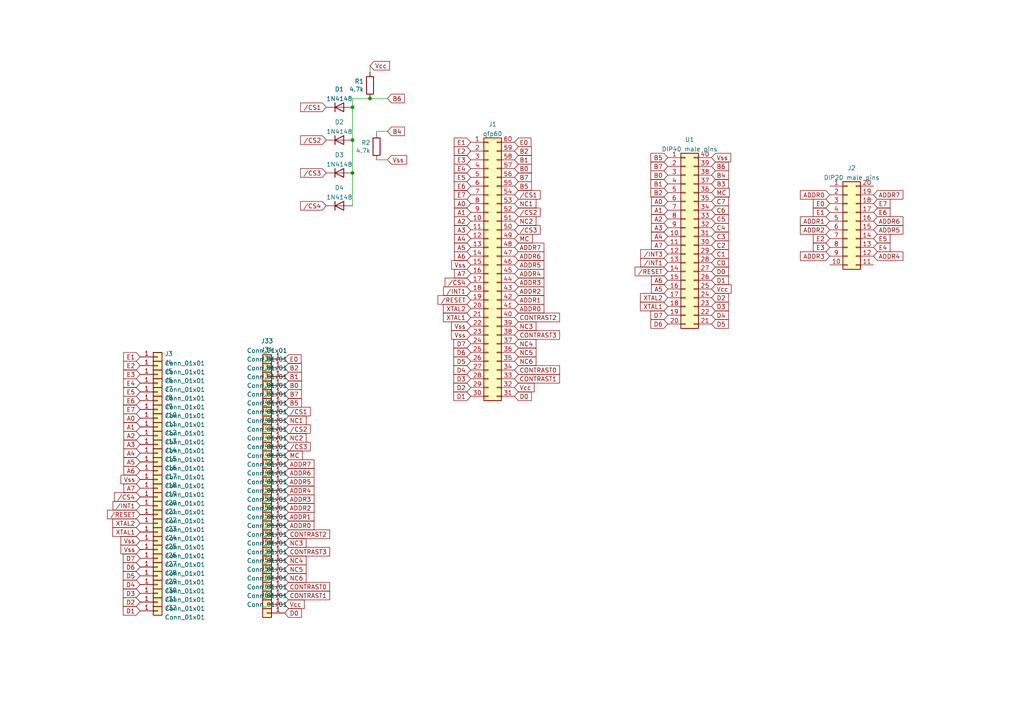
<source format=kicad_sch>
(kicad_sch (version 20211123) (generator eeschema)
  (paper "A4")
  (lib_symbols
    (symbol "Connector_Generic:Conn_01x01" (pin_names (offset 1.016) hide)
      (property "Reference" "J" (at 0 2.54 0))
      (property "Value" "Conn_01x01" (at 0 -2.54 0))
      (symbol "Conn_01x01_1_1"
        (pin passive line (at -5.08 0 0) (length 3.81) (name "Pin_1") (number "1"))
      )
    )
    (symbol "Connector_Generic:Conn_02x10_Counter_Clockwise" (pin_names (offset 1.016) hide)
      (property "Reference" "J" (at 1.27 12.7 0))
      (property "Value" "Conn_02x10_Counter_Clockwise" (at 1.27 -15.24 0))
      (symbol "Conn_02x10_Counter_Clockwise_1_1"
        (pin passive line (at -5.08 10.16 0) (length 3.81) (name "Pin_1") (number "1"))
        (pin passive line (at -5.08 -12.7 0) (length 3.81) (name "Pin_10") (number "10"))
        (pin passive line (at 7.62 -12.7 180) (length 3.81) (name "Pin_11") (number "11"))
        (pin passive line (at 7.62 -10.16 180) (length 3.81) (name "Pin_12") (number "12"))
        (pin passive line (at 7.62 -7.62 180) (length 3.81) (name "Pin_13") (number "13"))
        (pin passive line (at 7.62 -5.08 180) (length 3.81) (name "Pin_14") (number "14"))
        (pin passive line (at 7.62 -2.54 180) (length 3.81) (name "Pin_15") (number "15"))
        (pin passive line (at 7.62 0 180) (length 3.81) (name "Pin_16") (number "16"))
        (pin passive line (at 7.62 2.54 180) (length 3.81) (name "Pin_17") (number "17"))
        (pin passive line (at 7.62 5.08 180) (length 3.81) (name "Pin_18") (number "18"))
        (pin passive line (at 7.62 7.62 180) (length 3.81) (name "Pin_19") (number "19"))
        (pin passive line (at -5.08 7.62 0) (length 3.81) (name "Pin_2") (number "2"))
        (pin passive line (at 7.62 10.16 180) (length 3.81) (name "Pin_20") (number "20"))
        (pin passive line (at -5.08 5.08 0) (length 3.81) (name "Pin_3") (number "3"))
        (pin passive line (at -5.08 2.54 0) (length 3.81) (name "Pin_4") (number "4"))
        (pin passive line (at -5.08 0 0) (length 3.81) (name "Pin_5") (number "5"))
        (pin passive line (at -5.08 -2.54 0) (length 3.81) (name "Pin_6") (number "6"))
        (pin passive line (at -5.08 -5.08 0) (length 3.81) (name "Pin_7") (number "7"))
        (pin passive line (at -5.08 -7.62 0) (length 3.81) (name "Pin_8") (number "8"))
        (pin passive line (at -5.08 -10.16 0) (length 3.81) (name "Pin_9") (number "9"))
      )
    )
    (symbol "Connector_Generic:Conn_02x20_Counter_Clockwise" (pin_names (offset 1.016) hide)
      (property "Reference" "J" (at 1.27 25.4 0))
      (property "Value" "Conn_02x20_Counter_Clockwise" (at 1.27 -27.94 0))
      (symbol "Conn_02x20_Counter_Clockwise_1_1"
        (pin passive line (at -5.08 22.86 0) (length 3.81) (name "Pin_1") (number "1"))
        (pin passive line (at -5.08 0 0) (length 3.81) (name "Pin_10") (number "10"))
        (pin passive line (at -5.08 -2.54 0) (length 3.81) (name "Pin_11") (number "11"))
        (pin passive line (at -5.08 -5.08 0) (length 3.81) (name "Pin_12") (number "12"))
        (pin passive line (at -5.08 -7.62 0) (length 3.81) (name "Pin_13") (number "13"))
        (pin passive line (at -5.08 -10.16 0) (length 3.81) (name "Pin_14") (number "14"))
        (pin passive line (at -5.08 -12.7 0) (length 3.81) (name "Pin_15") (number "15"))
        (pin passive line (at -5.08 -15.24 0) (length 3.81) (name "Pin_16") (number "16"))
        (pin passive line (at -5.08 -17.78 0) (length 3.81) (name "Pin_17") (number "17"))
        (pin passive line (at -5.08 -20.32 0) (length 3.81) (name "Pin_18") (number "18"))
        (pin passive line (at -5.08 -22.86 0) (length 3.81) (name "Pin_19") (number "19"))
        (pin passive line (at -5.08 20.32 0) (length 3.81) (name "Pin_2") (number "2"))
        (pin passive line (at -5.08 -25.4 0) (length 3.81) (name "Pin_20") (number "20"))
        (pin passive line (at 7.62 -25.4 180) (length 3.81) (name "Pin_21") (number "21"))
        (pin passive line (at 7.62 -22.86 180) (length 3.81) (name "Pin_22") (number "22"))
        (pin passive line (at 7.62 -20.32 180) (length 3.81) (name "Pin_23") (number "23"))
        (pin passive line (at 7.62 -17.78 180) (length 3.81) (name "Pin_24") (number "24"))
        (pin passive line (at 7.62 -15.24 180) (length 3.81) (name "Pin_25") (number "25"))
        (pin passive line (at 7.62 -12.7 180) (length 3.81) (name "Pin_26") (number "26"))
        (pin passive line (at 7.62 -10.16 180) (length 3.81) (name "Pin_27") (number "27"))
        (pin passive line (at 7.62 -7.62 180) (length 3.81) (name "Pin_28") (number "28"))
        (pin passive line (at 7.62 -5.08 180) (length 3.81) (name "Pin_29") (number "29"))
        (pin passive line (at -5.08 17.78 0) (length 3.81) (name "Pin_3") (number "3"))
        (pin passive line (at 7.62 -2.54 180) (length 3.81) (name "Pin_30") (number "30"))
        (pin passive line (at 7.62 0 180) (length 3.81) (name "Pin_31") (number "31"))
        (pin passive line (at 7.62 2.54 180) (length 3.81) (name "Pin_32") (number "32"))
        (pin passive line (at 7.62 5.08 180) (length 3.81) (name "Pin_33") (number "33"))
        (pin passive line (at 7.62 7.62 180) (length 3.81) (name "Pin_34") (number "34"))
        (pin passive line (at 7.62 10.16 180) (length 3.81) (name "Pin_35") (number "35"))
        (pin passive line (at 7.62 12.7 180) (length 3.81) (name "Pin_36") (number "36"))
        (pin passive line (at 7.62 15.24 180) (length 3.81) (name "Pin_37") (number "37"))
        (pin passive line (at 7.62 17.78 180) (length 3.81) (name "Pin_38") (number "38"))
        (pin passive line (at 7.62 20.32 180) (length 3.81) (name "Pin_39") (number "39"))
        (pin passive line (at -5.08 15.24 0) (length 3.81) (name "Pin_4") (number "4"))
        (pin passive line (at 7.62 22.86 180) (length 3.81) (name "Pin_40") (number "40"))
        (pin passive line (at -5.08 12.7 0) (length 3.81) (name "Pin_5") (number "5"))
        (pin passive line (at -5.08 10.16 0) (length 3.81) (name "Pin_6") (number "6"))
        (pin passive line (at -5.08 7.62 0) (length 3.81) (name "Pin_7") (number "7"))
        (pin passive line (at -5.08 5.08 0) (length 3.81) (name "Pin_8") (number "8"))
        (pin passive line (at -5.08 2.54 0) (length 3.81) (name "Pin_9") (number "9"))
      )
    )
    (symbol "Connector_Generic:Conn_02x30_Counter_Clockwise" (pin_names (offset 1.016) hide)
      (property "Reference" "J" (at 1.27 38.1 0))
      (property "Value" "Conn_02x30_Counter_Clockwise" (at 1.27 -40.64 0))
      (symbol "Conn_02x30_Counter_Clockwise_1_1"
        (pin passive line (at -5.08 35.56 0) (length 3.81) (name "Pin_1") (number "1"))
        (pin passive line (at -5.08 12.7 0) (length 3.81) (name "Pin_10") (number "10"))
        (pin passive line (at -5.08 10.16 0) (length 3.81) (name "Pin_11") (number "11"))
        (pin passive line (at -5.08 7.62 0) (length 3.81) (name "Pin_12") (number "12"))
        (pin passive line (at -5.08 5.08 0) (length 3.81) (name "Pin_13") (number "13"))
        (pin passive line (at -5.08 2.54 0) (length 3.81) (name "Pin_14") (number "14"))
        (pin passive line (at -5.08 0 0) (length 3.81) (name "Pin_15") (number "15"))
        (pin passive line (at -5.08 -2.54 0) (length 3.81) (name "Pin_16") (number "16"))
        (pin passive line (at -5.08 -5.08 0) (length 3.81) (name "Pin_17") (number "17"))
        (pin passive line (at -5.08 -7.62 0) (length 3.81) (name "Pin_18") (number "18"))
        (pin passive line (at -5.08 -10.16 0) (length 3.81) (name "Pin_19") (number "19"))
        (pin passive line (at -5.08 33.02 0) (length 3.81) (name "Pin_2") (number "2"))
        (pin passive line (at -5.08 -12.7 0) (length 3.81) (name "Pin_20") (number "20"))
        (pin passive line (at -5.08 -15.24 0) (length 3.81) (name "Pin_21") (number "21"))
        (pin passive line (at -5.08 -17.78 0) (length 3.81) (name "Pin_22") (number "22"))
        (pin passive line (at -5.08 -20.32 0) (length 3.81) (name "Pin_23") (number "23"))
        (pin passive line (at -5.08 -22.86 0) (length 3.81) (name "Pin_24") (number "24"))
        (pin passive line (at -5.08 -25.4 0) (length 3.81) (name "Pin_25") (number "25"))
        (pin passive line (at -5.08 -27.94 0) (length 3.81) (name "Pin_26") (number "26"))
        (pin passive line (at -5.08 -30.48 0) (length 3.81) (name "Pin_27") (number "27"))
        (pin passive line (at -5.08 -33.02 0) (length 3.81) (name "Pin_28") (number "28"))
        (pin passive line (at -5.08 -35.56 0) (length 3.81) (name "Pin_29") (number "29"))
        (pin passive line (at -5.08 30.48 0) (length 3.81) (name "Pin_3") (number "3"))
        (pin passive line (at -5.08 -38.1 0) (length 3.81) (name "Pin_30") (number "30"))
        (pin passive line (at 7.62 -38.1 180) (length 3.81) (name "Pin_31") (number "31"))
        (pin passive line (at 7.62 -35.56 180) (length 3.81) (name "Pin_32") (number "32"))
        (pin passive line (at 7.62 -33.02 180) (length 3.81) (name "Pin_33") (number "33"))
        (pin passive line (at 7.62 -30.48 180) (length 3.81) (name "Pin_34") (number "34"))
        (pin passive line (at 7.62 -27.94 180) (length 3.81) (name "Pin_35") (number "35"))
        (pin passive line (at 7.62 -25.4 180) (length 3.81) (name "Pin_36") (number "36"))
        (pin passive line (at 7.62 -22.86 180) (length 3.81) (name "Pin_37") (number "37"))
        (pin passive line (at 7.62 -20.32 180) (length 3.81) (name "Pin_38") (number "38"))
        (pin passive line (at 7.62 -17.78 180) (length 3.81) (name "Pin_39") (number "39"))
        (pin passive line (at -5.08 27.94 0) (length 3.81) (name "Pin_4") (number "4"))
        (pin passive line (at 7.62 -15.24 180) (length 3.81) (name "Pin_40") (number "40"))
        (pin passive line (at 7.62 -12.7 180) (length 3.81) (name "Pin_41") (number "41"))
        (pin passive line (at 7.62 -10.16 180) (length 3.81) (name "Pin_42") (number "42"))
        (pin passive line (at 7.62 -7.62 180) (length 3.81) (name "Pin_43") (number "43"))
        (pin passive line (at 7.62 -5.08 180) (length 3.81) (name "Pin_44") (number "44"))
        (pin passive line (at 7.62 -2.54 180) (length 3.81) (name "Pin_45") (number "45"))
        (pin passive line (at 7.62 0 180) (length 3.81) (name "Pin_46") (number "46"))
        (pin passive line (at 7.62 2.54 180) (length 3.81) (name "Pin_47") (number "47"))
        (pin passive line (at 7.62 5.08 180) (length 3.81) (name "Pin_48") (number "48"))
        (pin passive line (at 7.62 7.62 180) (length 3.81) (name "Pin_49") (number "49"))
        (pin passive line (at -5.08 25.4 0) (length 3.81) (name "Pin_5") (number "5"))
        (pin passive line (at 7.62 10.16 180) (length 3.81) (name "Pin_50") (number "50"))
        (pin passive line (at 7.62 12.7 180) (length 3.81) (name "Pin_51") (number "51"))
        (pin passive line (at 7.62 15.24 180) (length 3.81) (name "Pin_52") (number "52"))
        (pin passive line (at 7.62 17.78 180) (length 3.81) (name "Pin_53") (number "53"))
        (pin passive line (at 7.62 20.32 180) (length 3.81) (name "Pin_54") (number "54"))
        (pin passive line (at 7.62 22.86 180) (length 3.81) (name "Pin_55") (number "55"))
        (pin passive line (at 7.62 25.4 180) (length 3.81) (name "Pin_56") (number "56"))
        (pin passive line (at 7.62 27.94 180) (length 3.81) (name "Pin_57") (number "57"))
        (pin passive line (at 7.62 30.48 180) (length 3.81) (name "Pin_58") (number "58"))
        (pin passive line (at 7.62 33.02 180) (length 3.81) (name "Pin_59") (number "59"))
        (pin passive line (at -5.08 22.86 0) (length 3.81) (name "Pin_6") (number "6"))
        (pin passive line (at 7.62 35.56 180) (length 3.81) (name "Pin_60") (number "60"))
        (pin passive line (at -5.08 20.32 0) (length 3.81) (name "Pin_7") (number "7"))
        (pin passive line (at -5.08 17.78 0) (length 3.81) (name "Pin_8") (number "8"))
        (pin passive line (at -5.08 15.24 0) (length 3.81) (name "Pin_9") (number "9"))
      )
    )
    (symbol "Device:R" (pin_numbers hide) (pin_names (offset 0))
      (property "Reference" "R" (at 2.032 0 90))
      (property "Value" "R" (at 0 0 90))
      (symbol "R_1_1"
        (pin passive line (at 0 3.81 270) (length 1.27) (name "~") (number "1"))
        (pin passive line (at 0 -3.81 90) (length 1.27) (name "~") (number "2"))
      )
    )
    (symbol "Diode:1N4148" (pin_numbers hide) (pin_names (offset 1.016) hide)
      (property "Reference" "D" (at 0 2.54 0))
      (property "Value" "1N4148" (at 0 -2.54 0))
      (symbol "1N4148_1_1"
        (pin passive line (at -3.81 0 0) (length 2.54) (name "K") (number "1"))
        (pin passive line (at 3.81 0 180) (length 2.54) (name "A") (number "2"))
      )
    )
  )
  (junction (at 102.235 40.64))
  (junction (at 102.235 31.115))
  (junction (at 102.235 50.165))
  (junction (at 107.315 28.575))
  (wire (pts (xy 109.22 38.1) (xy 112.395 38.1)))
  (wire (pts (xy 102.235 50.165) (xy 102.235 40.64)))
  (wire (pts (xy 107.315 28.575) (xy 112.395 28.575)))
  (wire (pts (xy 107.315 19.05) (xy 107.315 20.955)))
  (wire (pts (xy 102.235 28.575) (xy 107.315 28.575)))
  (wire (pts (xy 102.235 31.115) (xy 102.235 28.575)))
  (wire (pts (xy 109.22 38.735) (xy 109.22 38.1)))
  (wire (pts (xy 112.395 46.355) (xy 109.22 46.355)))
  (wire (pts (xy 102.235 40.64) (xy 102.235 31.115)))
  (wire (pts (xy 102.235 59.69) (xy 102.235 50.165)))
  (global_label "B2" (shape input) (at 149.225 43.815 0) (property "Intersheet References" "${INTERSHEET_REFS}" (effects hide)))
  (global_label "E2" (shape input) (at 240.665 69.215 180) (property "Intersheet References" "${INTERSHEET_REFS}" (effects hide)))
  (global_label "E2" (shape input) (at 136.525 43.815 180) (property "Intersheet References" "${INTERSHEET_REFS}" (effects hide)))
  (global_label "NC2" (shape input) (at 82.55 127 0) (property "Intersheet References" "${INTERSHEET_REFS}" (effects hide)))
  (global_label "A5" (shape input) (at 136.525 71.755 180) (property "Intersheet References" "${INTERSHEET_REFS}" (effects hide)))
  (global_label "NC6" (shape input) (at 149.225 104.775 0) (property "Intersheet References" "${INTERSHEET_REFS}" (effects hide)))
  (global_label "D7" (shape input) (at 193.675 91.44 180) (property "Intersheet References" "${INTERSHEET_REFS}" (effects hide)))
  (global_label "E0" (shape input) (at 149.225 41.275 0) (property "Intersheet References" "${INTERSHEET_REFS}" (effects hide)))
  (global_label "B0" (shape input) (at 82.55 111.76 0) (property "Intersheet References" "${INTERSHEET_REFS}" (effects hide)))
  (global_label "B2" (shape input) (at 193.675 55.88 180) (property "Intersheet References" "${INTERSHEET_REFS}" (effects hide)))
  (global_label "B1" (shape input) (at 149.225 46.355 0) (property "Intersheet References" "${INTERSHEET_REFS}" (effects hide)))
  (global_label "B1" (shape input) (at 193.675 53.34 180) (property "Intersheet References" "${INTERSHEET_REFS}" (effects hide)))
  (global_label "A2" (shape input) (at 40.64 126.365 180) (property "Intersheet References" "${INTERSHEET_REFS}" (effects hide)))
  (global_label "A6" (shape input) (at 136.525 74.295 180) (property "Intersheet References" "${INTERSHEET_REFS}" (effects hide)))
  (global_label "E5" (shape input) (at 40.64 113.665 180) (property "Intersheet References" "${INTERSHEET_REFS}" (effects hide)))
  (global_label "C6" (shape input) (at 206.375 60.96 0) (property "Intersheet References" "${INTERSHEET_REFS}" (effects hide)))
  (global_label "D6" (shape input) (at 136.525 102.235 180) (property "Intersheet References" "${INTERSHEET_REFS}" (effects hide)))
  (global_label "B0" (shape input) (at 193.675 50.8 180) (property "Intersheet References" "${INTERSHEET_REFS}" (effects hide)))
  (global_label "B1" (shape input) (at 82.55 109.22 0) (property "Intersheet References" "${INTERSHEET_REFS}" (effects hide)))
  (global_label "D3" (shape input) (at 136.525 109.855 180) (property "Intersheet References" "${INTERSHEET_REFS}" (effects hide)))
  (global_label "B7" (shape input) (at 82.55 114.3 0) (property "Intersheet References" "${INTERSHEET_REFS}" (effects hide)))
  (global_label "{slash}CS2" (shape input) (at 94.615 40.64 180) (property "Intersheet References" "${INTERSHEET_REFS}" (effects hide)))
  (global_label "E4" (shape input) (at 40.64 111.125 180) (property "Intersheet References" "${INTERSHEET_REFS}" (effects hide)))
  (global_label "ADDR0" (shape input) (at 82.55 152.4 0) (property "Intersheet References" "${INTERSHEET_REFS}" (effects hide)))
  (global_label "XTAL2" (shape input) (at 136.525 89.535 180) (property "Intersheet References" "${INTERSHEET_REFS}" (effects hide)))
  (global_label "D6" (shape input) (at 193.675 93.98 180) (property "Intersheet References" "${INTERSHEET_REFS}" (effects hide)))
  (global_label "D0" (shape input) (at 206.375 78.74 0) (property "Intersheet References" "${INTERSHEET_REFS}" (effects hide)))
  (global_label "ADDR2" (shape input) (at 240.665 66.675 180) (property "Intersheet References" "${INTERSHEET_REFS}" (effects hide)))
  (global_label "A7" (shape input) (at 40.64 141.605 180) (property "Intersheet References" "${INTERSHEET_REFS}" (effects hide)))
  (global_label "E3" (shape input) (at 136.525 46.355 180) (property "Intersheet References" "${INTERSHEET_REFS}" (effects hide)))
  (global_label "A4" (shape input) (at 193.675 68.58 180) (property "Intersheet References" "${INTERSHEET_REFS}" (effects hide)))
  (global_label "CONTRAST3" (shape input) (at 82.55 160.02 0) (property "Intersheet References" "${INTERSHEET_REFS}" (effects hide)))
  (global_label "C7" (shape input) (at 206.375 58.42 0) (property "Intersheet References" "${INTERSHEET_REFS}" (effects hide)))
  (global_label "A3" (shape input) (at 136.525 66.675 180) (property "Intersheet References" "${INTERSHEET_REFS}" (effects hide)))
  (global_label "{slash}CS4" (shape input) (at 94.615 59.69 180) (property "Intersheet References" "${INTERSHEET_REFS}" (effects hide)))
  (global_label "B7" (shape input) (at 149.225 51.435 0) (property "Intersheet References" "${INTERSHEET_REFS}" (effects hide)))
  (global_label "ADDR2" (shape input) (at 149.225 84.455 0) (property "Intersheet References" "${INTERSHEET_REFS}" (effects hide)))
  (global_label "D5" (shape input) (at 136.525 104.775 180) (property "Intersheet References" "${INTERSHEET_REFS}" (effects hide)))
  (global_label "XTAL1" (shape input) (at 193.675 88.9 180) (property "Intersheet References" "${INTERSHEET_REFS}" (effects hide)))
  (global_label "D2" (shape input) (at 136.525 112.395 180) (property "Intersheet References" "${INTERSHEET_REFS}" (effects hide)))
  (global_label "ADDR4" (shape input) (at 253.365 74.295 0) (property "Intersheet References" "${INTERSHEET_REFS}" (effects hide)))
  (global_label "B5" (shape input) (at 82.55 116.84 0) (property "Intersheet References" "${INTERSHEET_REFS}" (effects hide)))
  (global_label "E7" (shape input) (at 136.525 56.515 180) (property "Intersheet References" "${INTERSHEET_REFS}" (effects hide)))
  (global_label "{slash}CS3" (shape input) (at 94.615 50.165 180) (property "Intersheet References" "${INTERSHEET_REFS}" (effects hide)))
  (global_label "NC1" (shape input) (at 82.55 121.92 0) (property "Intersheet References" "${INTERSHEET_REFS}" (effects hide)))
  (global_label "D4" (shape input) (at 206.375 91.44 0) (property "Intersheet References" "${INTERSHEET_REFS}" (effects hide)))
  (global_label "XTAL1" (shape input) (at 40.64 154.305 180) (property "Intersheet References" "${INTERSHEET_REFS}" (effects hide)))
  (global_label "D4" (shape input) (at 136.525 107.315 180) (property "Intersheet References" "${INTERSHEET_REFS}" (effects hide)))
  (global_label "ADDR4" (shape input) (at 149.225 79.375 0) (property "Intersheet References" "${INTERSHEET_REFS}" (effects hide)))
  (global_label "D5" (shape input) (at 206.375 93.98 0) (property "Intersheet References" "${INTERSHEET_REFS}" (effects hide)))
  (global_label "NC3" (shape input) (at 149.225 94.615 0) (property "Intersheet References" "${INTERSHEET_REFS}" (effects hide)))
  (global_label "{slash}INT1" (shape input) (at 40.64 146.685 180) (property "Intersheet References" "${INTERSHEET_REFS}" (effects hide)))
  (global_label "ADDR1" (shape input) (at 82.55 149.86 0) (property "Intersheet References" "${INTERSHEET_REFS}" (effects hide)))
  (global_label "ADDR3" (shape input) (at 82.55 144.78 0) (property "Intersheet References" "${INTERSHEET_REFS}" (effects hide)))
  (global_label "{slash}CS1" (shape input) (at 94.615 31.115 180) (property "Intersheet References" "${INTERSHEET_REFS}" (effects hide)))
  (global_label "D3" (shape input) (at 40.64 172.085 180) (property "Intersheet References" "${INTERSHEET_REFS}" (effects hide)))
  (global_label "{slash}RESET" (shape input) (at 40.64 149.225 180) (property "Intersheet References" "${INTERSHEET_REFS}" (effects hide)))
  (global_label "ADDR0" (shape input) (at 149.225 89.535 0) (property "Intersheet References" "${INTERSHEET_REFS}" (effects hide)))
  (global_label "NC1" (shape input) (at 149.225 59.055 0) (property "Intersheet References" "${INTERSHEET_REFS}" (effects hide)))
  (global_label "D1" (shape input) (at 206.375 81.28 0) (property "Intersheet References" "${INTERSHEET_REFS}" (effects hide)))
  (global_label "NC3" (shape input) (at 82.55 157.48 0) (property "Intersheet References" "${INTERSHEET_REFS}" (effects hide)))
  (global_label "B7" (shape input) (at 193.675 48.26 180) (property "Intersheet References" "${INTERSHEET_REFS}" (effects hide)))
  (global_label "MC" (shape input) (at 149.225 69.215 0) (property "Intersheet References" "${INTERSHEET_REFS}" (effects hide)))
  (global_label "MC" (shape input) (at 206.375 55.88 0) (property "Intersheet References" "${INTERSHEET_REFS}" (effects hide)))
  (global_label "ADDR5" (shape input) (at 253.365 66.675 0) (property "Intersheet References" "${INTERSHEET_REFS}" (effects hide)))
  (global_label "D6" (shape input) (at 40.64 164.465 180) (property "Intersheet References" "${INTERSHEET_REFS}" (effects hide)))
  (global_label "ADDR1" (shape input) (at 149.225 86.995 0) (property "Intersheet References" "${INTERSHEET_REFS}" (effects hide)))
  (global_label "ADDR3" (shape input) (at 240.665 74.295 180) (property "Intersheet References" "${INTERSHEET_REFS}" (effects hide)))
  (global_label "B3" (shape input) (at 206.375 53.34 0) (property "Intersheet References" "${INTERSHEET_REFS}" (effects hide)))
  (global_label "MC" (shape input) (at 82.55 132.08 0) (property "Intersheet References" "${INTERSHEET_REFS}" (effects hide)))
  (global_label "{slash}CS4" (shape input) (at 136.525 81.915 180) (property "Intersheet References" "${INTERSHEET_REFS}" (effects hide)))
  (global_label "NC4" (shape input) (at 82.55 162.56 0) (property "Intersheet References" "${INTERSHEET_REFS}" (effects hide)))
  (global_label "D7" (shape input) (at 136.525 99.695 180) (property "Intersheet References" "${INTERSHEET_REFS}" (effects hide)))
  (global_label "A5" (shape input) (at 40.64 133.985 180) (property "Intersheet References" "${INTERSHEET_REFS}" (effects hide)))
  (global_label "A1" (shape input) (at 40.64 123.825 180) (property "Intersheet References" "${INTERSHEET_REFS}" (effects hide)))
  (global_label "ADDR1" (shape input) (at 240.665 64.135 180) (property "Intersheet References" "${INTERSHEET_REFS}" (effects hide)))
  (global_label "NC6" (shape input) (at 82.55 167.64 0) (property "Intersheet References" "${INTERSHEET_REFS}" (effects hide)))
  (global_label "C1" (shape input) (at 206.375 73.66 0) (property "Intersheet References" "${INTERSHEET_REFS}" (effects hide)))
  (global_label "B4" (shape input) (at 206.375 50.8 0) (property "Intersheet References" "${INTERSHEET_REFS}" (effects hide)))
  (global_label "A2" (shape input) (at 136.525 64.135 180) (property "Intersheet References" "${INTERSHEET_REFS}" (effects hide)))
  (global_label "A6" (shape input) (at 40.64 136.525 180) (property "Intersheet References" "${INTERSHEET_REFS}" (effects hide)))
  (global_label "Vss" (shape input) (at 40.64 156.845 180) (property "Intersheet References" "${INTERSHEET_REFS}" (effects hide)))
  (global_label "ADDR7" (shape input) (at 253.365 56.515 0) (property "Intersheet References" "${INTERSHEET_REFS}" (effects hide)))
  (global_label "A0" (shape input) (at 136.525 59.055 180) (property "Intersheet References" "${INTERSHEET_REFS}" (effects hide)))
  (global_label "A7" (shape input) (at 136.525 79.375 180) (property "Intersheet References" "${INTERSHEET_REFS}" (effects hide)))
  (global_label "E3" (shape input) (at 240.665 71.755 180) (property "Intersheet References" "${INTERSHEET_REFS}" (effects hide)))
  (global_label "{slash}INT1" (shape input) (at 193.675 76.2 180) (property "Intersheet References" "${INTERSHEET_REFS}" (effects hide)))
  (global_label "A1" (shape input) (at 136.525 61.595 180) (property "Intersheet References" "${INTERSHEET_REFS}" (effects hide)))
  (global_label "Vss" (shape input) (at 136.525 97.155 180) (property "Intersheet References" "${INTERSHEET_REFS}" (effects hide)))
  (global_label "D4" (shape input) (at 40.64 169.545 180) (property "Intersheet References" "${INTERSHEET_REFS}" (effects hide)))
  (global_label "CONTRAST2" (shape input) (at 149.225 92.075 0) (property "Intersheet References" "${INTERSHEET_REFS}" (effects hide)))
  (global_label "E7" (shape input) (at 40.64 118.745 180) (property "Intersheet References" "${INTERSHEET_REFS}" (effects hide)))
  (global_label "D3" (shape input) (at 206.375 88.9 0) (property "Intersheet References" "${INTERSHEET_REFS}" (effects hide)))
  (global_label "E1" (shape input) (at 40.64 103.505 180) (property "Intersheet References" "${INTERSHEET_REFS}" (effects hide)))
  (global_label "C3" (shape input) (at 206.375 68.58 0) (property "Intersheet References" "${INTERSHEET_REFS}" (effects hide)))
  (global_label "Vss" (shape input) (at 40.64 139.065 180) (property "Intersheet References" "${INTERSHEET_REFS}" (effects hide)))
  (global_label "A1" (shape input) (at 193.675 60.96 180) (property "Intersheet References" "${INTERSHEET_REFS}" (effects hide)))
  (global_label "A7" (shape input) (at 193.675 71.12 180) (property "Intersheet References" "${INTERSHEET_REFS}" (effects hide)))
  (global_label "NC5" (shape input) (at 82.55 165.1 0) (property "Intersheet References" "${INTERSHEET_REFS}" (effects hide)))
  (global_label "{slash}INT3" (shape input) (at 193.675 73.66 180) (property "Intersheet References" "${INTERSHEET_REFS}" (effects hide)))
  (global_label "NC5" (shape input) (at 149.225 102.235 0) (property "Intersheet References" "${INTERSHEET_REFS}" (effects hide)))
  (global_label "ADDR5" (shape input) (at 149.225 76.835 0) (property "Intersheet References" "${INTERSHEET_REFS}" (effects hide)))
  (global_label "Vss" (shape input) (at 206.375 45.72 0) (property "Intersheet References" "${INTERSHEET_REFS}" (effects hide)))
  (global_label "B5" (shape input) (at 149.225 53.975 0) (property "Intersheet References" "${INTERSHEET_REFS}" (effects hide)))
  (global_label "E5" (shape input) (at 253.365 69.215 0) (property "Intersheet References" "${INTERSHEET_REFS}" (effects hide)))
  (global_label "CONTRAST2" (shape input) (at 82.55 154.94 0) (property "Intersheet References" "${INTERSHEET_REFS}" (effects hide)))
  (global_label "A3" (shape input) (at 193.675 66.04 180) (property "Intersheet References" "${INTERSHEET_REFS}" (effects hide)))
  (global_label "E1" (shape input) (at 240.665 61.595 180) (property "Intersheet References" "${INTERSHEET_REFS}" (effects hide)))
  (global_label "Vss" (shape input) (at 136.525 76.835 180) (property "Intersheet References" "${INTERSHEET_REFS}" (effects hide)))
  (global_label "{slash}CS2" (shape input) (at 149.225 61.595 0) (property "Intersheet References" "${INTERSHEET_REFS}" (effects hide)))
  (global_label "E3" (shape input) (at 40.64 108.585 180) (property "Intersheet References" "${INTERSHEET_REFS}" (effects hide)))
  (global_label "E6" (shape input) (at 40.64 116.205 180) (property "Intersheet References" "${INTERSHEET_REFS}" (effects hide)))
  (global_label "B5" (shape input) (at 193.675 45.72 180) (property "Intersheet References" "${INTERSHEET_REFS}" (effects hide)))
  (global_label "E4" (shape input) (at 253.365 71.755 0) (property "Intersheet References" "${INTERSHEET_REFS}" (effects hide)))
  (global_label "XTAL2" (shape input) (at 193.675 86.36 180) (property "Intersheet References" "${INTERSHEET_REFS}" (effects hide)))
  (global_label "A5" (shape input) (at 193.675 83.82 180) (property "Intersheet References" "${INTERSHEET_REFS}" (effects hide)))
  (global_label "{slash}RESET" (shape input) (at 193.675 78.74 180) (property "Intersheet References" "${INTERSHEET_REFS}" (effects hide)))
  (global_label "{slash}RESET" (shape input) (at 136.525 86.995 180) (property "Intersheet References" "${INTERSHEET_REFS}" (effects hide)))
  (global_label "A0" (shape input) (at 40.64 121.285 180) (property "Intersheet References" "${INTERSHEET_REFS}" (effects hide)))
  (global_label "B6" (shape input) (at 206.375 48.26 0) (property "Intersheet References" "${INTERSHEET_REFS}" (effects hide)))
  (global_label "C4" (shape input) (at 206.375 66.04 0) (property "Intersheet References" "${INTERSHEET_REFS}" (effects hide)))
  (global_label "E4" (shape input) (at 136.525 48.895 180) (property "Intersheet References" "${INTERSHEET_REFS}" (effects hide)))
  (global_label "ADDR2" (shape input) (at 82.55 147.32 0) (property "Intersheet References" "${INTERSHEET_REFS}" (effects hide)))
  (global_label "B6" (shape input) (at 112.395 28.575 0) (property "Intersheet References" "${INTERSHEET_REFS}" (effects hide)))
  (global_label "E5" (shape input) (at 136.525 51.435 180) (property "Intersheet References" "${INTERSHEET_REFS}" (effects hide)))
  (global_label "XTAL1" (shape input) (at 136.525 92.075 180) (property "Intersheet References" "${INTERSHEET_REFS}" (effects hide)))
  (global_label "E2" (shape input) (at 40.64 106.045 180) (property "Intersheet References" "${INTERSHEET_REFS}" (effects hide)))
  (global_label "ADDR7" (shape input) (at 82.55 134.62 0) (property "Intersheet References" "${INTERSHEET_REFS}" (effects hide)))
  (global_label "Vss" (shape input) (at 40.64 159.385 180) (property "Intersheet References" "${INTERSHEET_REFS}" (effects hide)))
  (global_label "Vcc" (shape input) (at 206.375 83.82 0) (property "Intersheet References" "${INTERSHEET_REFS}" (effects hide)))
  (global_label "Vss" (shape input) (at 136.525 94.615 180) (property "Intersheet References" "${INTERSHEET_REFS}" (effects hide)))
  (global_label "E6" (shape input) (at 136.525 53.975 180) (property "Intersheet References" "${INTERSHEET_REFS}" (effects hide)))
  (global_label "D0" (shape input) (at 82.55 177.8 0) (property "Intersheet References" "${INTERSHEET_REFS}" (effects hide)))
  (global_label "A0" (shape input) (at 193.675 58.42 180) (property "Intersheet References" "${INTERSHEET_REFS}" (effects hide)))
  (global_label "C5" (shape input) (at 206.375 63.5 0) (property "Intersheet References" "${INTERSHEET_REFS}" (effects hide)))
  (global_label "CONTRAST0" (shape input) (at 149.225 107.315 0) (property "Intersheet References" "${INTERSHEET_REFS}" (effects hide)))
  (global_label "{slash}CS1" (shape input) (at 82.55 119.38 0) (property "Intersheet References" "${INTERSHEET_REFS}" (effects hide)))
  (global_label "NC4" (shape input) (at 149.225 99.695 0) (property "Intersheet References" "${INTERSHEET_REFS}" (effects hide)))
  (global_label "Vss" (shape input) (at 112.395 46.355 0) (property "Intersheet References" "${INTERSHEET_REFS}" (effects hide)))
  (global_label "A4" (shape input) (at 136.525 69.215 180) (property "Intersheet References" "${INTERSHEET_REFS}" (effects hide)))
  (global_label "ADDR6" (shape input) (at 149.225 74.295 0) (property "Intersheet References" "${INTERSHEET_REFS}" (effects hide)))
  (global_label "XTAL2" (shape input) (at 40.64 151.765 180) (property "Intersheet References" "${INTERSHEET_REFS}" (effects hide)))
  (global_label "B4" (shape input) (at 112.395 38.1 0) (property "Intersheet References" "${INTERSHEET_REFS}" (effects hide)))
  (global_label "E7" (shape input) (at 253.365 59.055 0) (property "Intersheet References" "${INTERSHEET_REFS}" (effects hide)))
  (global_label "{slash}CS1" (shape input) (at 149.225 56.515 0) (property "Intersheet References" "${INTERSHEET_REFS}" (effects hide)))
  (global_label "B2" (shape input) (at 82.55 106.68 0) (property "Intersheet References" "${INTERSHEET_REFS}" (effects hide)))
  (global_label "D0" (shape input) (at 149.225 114.935 0) (property "Intersheet References" "${INTERSHEET_REFS}" (effects hide)))
  (global_label "E0" (shape input) (at 82.55 104.14 0) (property "Intersheet References" "${INTERSHEET_REFS}" (effects hide)))
  (global_label "A2" (shape input) (at 193.675 63.5 180) (property "Intersheet References" "${INTERSHEET_REFS}" (effects hide)))
  (global_label "C0" (shape input) (at 206.375 76.2 0) (property "Intersheet References" "${INTERSHEET_REFS}" (effects hide)))
  (global_label "A4" (shape input) (at 40.64 131.445 180) (property "Intersheet References" "${INTERSHEET_REFS}" (effects hide)))
  (global_label "ADDR6" (shape input) (at 253.365 64.135 0) (property "Intersheet References" "${INTERSHEET_REFS}" (effects hide)))
  (global_label "CONTRAST3" (shape input) (at 149.225 97.155 0) (property "Intersheet References" "${INTERSHEET_REFS}" (effects hide)))
  (global_label "B0" (shape input) (at 149.225 48.895 0) (property "Intersheet References" "${INTERSHEET_REFS}" (effects hide)))
  (global_label "Vcc" (shape input) (at 82.55 175.26 0) (property "Intersheet References" "${INTERSHEET_REFS}" (effects hide)))
  (global_label "D2" (shape input) (at 40.64 174.625 180) (property "Intersheet References" "${INTERSHEET_REFS}" (effects hide)))
  (global_label "A6" (shape input) (at 193.675 81.28 180) (property "Intersheet References" "${INTERSHEET_REFS}" (effects hide)))
  (global_label "ADDR6" (shape input) (at 82.55 137.16 0) (property "Intersheet References" "${INTERSHEET_REFS}" (effects hide)))
  (global_label "{slash}CS3" (shape input) (at 82.55 129.54 0) (property "Intersheet References" "${INTERSHEET_REFS}" (effects hide)))
  (global_label "E0" (shape input) (at 240.665 59.055 180) (property "Intersheet References" "${INTERSHEET_REFS}" (effects hide)))
  (global_label "{slash}CS4" (shape input) (at 40.64 144.145 180) (property "Intersheet References" "${INTERSHEET_REFS}" (effects hide)))
  (global_label "Vcc" (shape input) (at 149.225 112.395 0) (property "Intersheet References" "${INTERSHEET_REFS}" (effects hide)))
  (global_label "{slash}CS2" (shape input) (at 82.55 124.46 0) (property "Intersheet References" "${INTERSHEET_REFS}" (effects hide)))
  (global_label "CONTRAST1" (shape input) (at 82.55 172.72 0) (property "Intersheet References" "${INTERSHEET_REFS}" (effects hide)))
  (global_label "Vcc" (shape input) (at 107.315 19.05 0) (property "Intersheet References" "${INTERSHEET_REFS}" (effects hide)))
  (global_label "D1" (shape input) (at 40.64 177.165 180) (property "Intersheet References" "${INTERSHEET_REFS}" (effects hide)))
  (global_label "C2" (shape input) (at 206.375 71.12 0) (property "Intersheet References" "${INTERSHEET_REFS}" (effects hide)))
  (global_label "ADDR7" (shape input) (at 149.225 71.755 0) (property "Intersheet References" "${INTERSHEET_REFS}" (effects hide)))
  (global_label "E1" (shape input) (at 136.525 41.275 180) (property "Intersheet References" "${INTERSHEET_REFS}" (effects hide)))
  (global_label "ADDR5" (shape input) (at 82.55 139.7 0) (property "Intersheet References" "${INTERSHEET_REFS}" (effects hide)))
  (global_label "{slash}CS3" (shape input) (at 149.225 66.675 0) (property "Intersheet References" "${INTERSHEET_REFS}" (effects hide)))
  (global_label "CONTRAST1" (shape input) (at 149.225 109.855 0) (property "Intersheet References" "${INTERSHEET_REFS}" (effects hide)))
  (global_label "D7" (shape input) (at 40.64 161.925 180) (property "Intersheet References" "${INTERSHEET_REFS}" (effects hide)))
  (global_label "D1" (shape input) (at 136.525 114.935 180) (property "Intersheet References" "${INTERSHEET_REFS}" (effects hide)))
  (global_label "D5" (shape input) (at 40.64 167.005 180) (property "Intersheet References" "${INTERSHEET_REFS}" (effects hide)))
  (global_label "E6" (shape input) (at 253.365 61.595 0) (property "Intersheet References" "${INTERSHEET_REFS}" (effects hide)))
  (global_label "ADDR0" (shape input) (at 240.665 56.515 180) (property "Intersheet References" "${INTERSHEET_REFS}" (effects hide)))
  (global_label "D2" (shape input) (at 206.375 86.36 0) (property "Intersheet References" "${INTERSHEET_REFS}" (effects hide)))
  (global_label "{slash}INT1" (shape input) (at 136.525 84.455 180) (property "Intersheet References" "${INTERSHEET_REFS}" (effects hide)))
  (global_label "A3" (shape input) (at 40.64 128.905 180) (property "Intersheet References" "${INTERSHEET_REFS}" (effects hide)))
  (global_label "ADDR4" (shape input) (at 82.55 142.24 0) (property "Intersheet References" "${INTERSHEET_REFS}" (effects hide)))
  (global_label "NC2" (shape input) (at 149.225 64.135 0) (property "Intersheet References" "${INTERSHEET_REFS}" (effects hide)))
  (global_label "CONTRAST0" (shape input) (at 82.55 170.18 0) (property "Intersheet References" "${INTERSHEET_REFS}" (effects hide)))
  (global_label "ADDR3" (shape input) (at 149.225 81.915 0) (property "Intersheet References" "${INTERSHEET_REFS}" (effects hide)))
  (symbol (lib_id "Diode:1N4148") (at 98.425 59.69 0) (unit 1)
    (property "Reference" "D4" (at 98.425 54.4535 0))
    (property "Value" "1N4148" (at 98.425 57.2286 0))
    (property "Footprint" "Diode_THT:D_DO-35_SOD27_P2.54mm_Vertical_AnodeUp" (effects hide))
    (property "Datasheet" "https://assets.nexperia.com/documents/data-sheet/1N4148_1N4448.pdf" (effects hide))
  )
  (symbol (lib_id "Connector_Generic:Conn_01x01") (at 45.72 167.005 0) (unit 1)
    (property "Reference" "J28" (at 47.752 166.0965 0) (effects (justify left)))
    (property "Value" "Conn_01x01" (at 47.752 168.8716 0) (effects (justify left)))
    (property "Footprint" "Connector_PinHeader_2.54mm:PinHeader_1x01_P2.54mm_Vertical" (effects hide))
  )
  (symbol (lib_id "Connector_Generic:Conn_01x01") (at 45.72 172.085 0) (unit 1)
    (property "Reference" "J30" (at 47.752 171.1765 0) (effects (justify left)))
    (property "Value" "Conn_01x01" (at 47.752 173.9516 0) (effects (justify left)))
    (property "Footprint" "Connector_PinHeader_2.54mm:PinHeader_1x01_P2.54mm_Vertical" (effects hide))
  )
  (symbol (lib_id "Connector_Generic:Conn_01x01") (at 77.47 167.64 180) (unit 1)
    (property "Reference" "J58" (at 77.47 162.4035 0))
    (property "Value" "Conn_01x01" (at 77.47 165.1786 0))
    (property "Footprint" "Connector_PinHeader_2.54mm:PinHeader_1x01_P2.54mm_Vertical" (effects hide))
  )
  (symbol (lib_id "Connector_Generic:Conn_01x01") (at 45.72 133.985 0) (unit 1)
    (property "Reference" "J15" (at 47.752 133.0765 0) (effects (justify left)))
    (property "Value" "Conn_01x01" (at 47.752 135.8516 0) (effects (justify left)))
    (property "Footprint" "Connector_PinHeader_2.54mm:PinHeader_1x01_P2.54mm_Vertical" (effects hide))
  )
  (symbol (lib_id "Connector_Generic:Conn_01x01") (at 77.47 129.54 180) (unit 1)
    (property "Reference" "J43" (at 77.47 124.3035 0))
    (property "Value" "Conn_01x01" (at 77.47 127.0786 0))
    (property "Footprint" "Connector_PinHeader_2.54mm:PinHeader_1x01_P2.54mm_Vertical" (effects hide))
  )
  (symbol (lib_id "Connector_Generic:Conn_01x01") (at 45.72 144.145 0) (unit 1)
    (property "Reference" "J19" (at 47.752 143.2365 0) (effects (justify left)))
    (property "Value" "Conn_01x01" (at 47.752 146.0116 0) (effects (justify left)))
    (property "Footprint" "Connector_PinHeader_2.54mm:PinHeader_1x01_P2.54mm_Vertical" (effects hide))
  )
  (symbol (lib_id "Connector_Generic:Conn_01x01") (at 45.72 131.445 0) (unit 1)
    (property "Reference" "J14" (at 47.752 130.5365 0) (effects (justify left)))
    (property "Value" "Conn_01x01" (at 47.752 133.3116 0) (effects (justify left)))
    (property "Footprint" "Connector_PinHeader_2.54mm:PinHeader_1x01_P2.54mm_Vertical" (effects hide))
  )
  (symbol (lib_id "Diode:1N4148") (at 98.425 31.115 0) (unit 1)
    (property "Reference" "D1" (at 98.425 25.8785 0))
    (property "Value" "1N4148" (at 98.425 28.6536 0))
    (property "Footprint" "Diode_THT:D_DO-35_SOD27_P2.54mm_Vertical_AnodeUp" (effects hide))
    (property "Datasheet" "https://assets.nexperia.com/documents/data-sheet/1N4148_1N4448.pdf" (effects hide))
  )
  (symbol (lib_id "Connector_Generic:Conn_01x01") (at 77.47 154.94 180) (unit 1)
    (property "Reference" "J53" (at 77.47 149.7035 0))
    (property "Value" "Conn_01x01" (at 77.47 152.4786 0))
    (property "Footprint" "Connector_PinHeader_2.54mm:PinHeader_1x01_P2.54mm_Vertical" (effects hide))
  )
  (symbol (lib_id "Connector_Generic:Conn_02x30_Counter_Clockwise") (at 141.605 76.835 0) (unit 1)
    (property "Reference" "J1" (at 142.875 36.0385 0))
    (property "Value" "qfp60" (at 142.875 38.8136 0))
    (property "Footprint" "Evan's misc parts:MQFP-60_P0.8mm" (effects hide))
  )
  (symbol (lib_id "Connector_Generic:Conn_01x01") (at 45.72 164.465 0) (unit 1)
    (property "Reference" "J27" (at 47.752 163.5565 0) (effects (justify left)))
    (property "Value" "Conn_01x01" (at 47.752 166.3316 0) (effects (justify left)))
    (property "Footprint" "Connector_PinHeader_2.54mm:PinHeader_1x01_P2.54mm_Vertical" (effects hide))
  )
  (symbol (lib_id "Connector_Generic:Conn_01x01") (at 77.47 157.48 180) (unit 1)
    (property "Reference" "J54" (at 77.47 152.2435 0))
    (property "Value" "Conn_01x01" (at 77.47 155.0186 0))
    (property "Footprint" "Connector_PinHeader_2.54mm:PinHeader_1x01_P2.54mm_Vertical" (effects hide))
  )
  (symbol (lib_id "Connector_Generic:Conn_01x01") (at 45.72 159.385 0) (unit 1)
    (property "Reference" "J25" (at 47.752 158.4765 0) (effects (justify left)))
    (property "Value" "Conn_01x01" (at 47.752 161.2516 0) (effects (justify left)))
    (property "Footprint" "Connector_PinHeader_2.54mm:PinHeader_1x01_P2.54mm_Vertical" (effects hide))
  )
  (symbol (lib_id "Connector_Generic:Conn_02x10_Counter_Clockwise") (at 245.745 64.135 0) (unit 1)
    (property "Reference" "J2" (at 247.015 48.7385 0))
    (property "Value" "DIP20 male pins" (at 247.015 51.5136 0))
    (property "Footprint" "Package_DIP:DIP-20_W7.62mm" (effects hide))
  )
  (symbol (lib_id "Connector_Generic:Conn_01x01") (at 45.72 103.505 0) (unit 1)
    (property "Reference" "J3" (at 47.752 102.5965 0) (effects (justify left)))
    (property "Value" "Conn_01x01" (at 47.752 105.3716 0) (effects (justify left)))
    (property "Footprint" "Connector_PinHeader_2.54mm:PinHeader_1x01_P2.54mm_Vertical" (effects hide))
  )
  (symbol (lib_id "Connector_Generic:Conn_01x01") (at 77.47 104.14 180) (unit 1)
    (property "Reference" "J33" (at 77.47 98.9035 0))
    (property "Value" "Conn_01x01" (at 77.47 101.6786 0))
    (property "Footprint" "Connector_PinHeader_2.54mm:PinHeader_1x01_P2.54mm_Vertical" (effects hide))
  )
  (symbol (lib_id "Connector_Generic:Conn_02x20_Counter_Clockwise") (at 198.755 68.58 0) (unit 1)
    (property "Reference" "U1" (at 200.025 40.4835 0))
    (property "Value" "DIP40 male pins" (at 200.025 43.2586 0))
    (property "Footprint" "Package_DIP:DIP-40_W15.24mm" (effects hide))
  )
  (symbol (lib_id "Connector_Generic:Conn_01x01") (at 77.47 142.24 180) (unit 1)
    (property "Reference" "J48" (at 77.47 137.0035 0))
    (property "Value" "Conn_01x01" (at 77.47 139.7786 0))
    (property "Footprint" "Connector_PinHeader_2.54mm:PinHeader_1x01_P2.54mm_Vertical" (effects hide))
  )
  (symbol (lib_id "Connector_Generic:Conn_01x01") (at 77.47 121.92 180) (unit 1)
    (property "Reference" "J40" (at 77.47 116.6835 0))
    (property "Value" "Conn_01x01" (at 77.47 119.4586 0))
    (property "Footprint" "Connector_PinHeader_2.54mm:PinHeader_1x01_P2.54mm_Vertical" (effects hide))
  )
  (symbol (lib_id "Connector_Generic:Conn_01x01") (at 77.47 134.62 180) (unit 1)
    (property "Reference" "J45" (at 77.47 129.3835 0))
    (property "Value" "Conn_01x01" (at 77.47 132.1586 0))
    (property "Footprint" "Connector_PinHeader_2.54mm:PinHeader_1x01_P2.54mm_Vertical" (effects hide))
  )
  (symbol (lib_id "Connector_Generic:Conn_01x01") (at 77.47 144.78 180) (unit 1)
    (property "Reference" "J49" (at 77.47 139.5435 0))
    (property "Value" "Conn_01x01" (at 77.47 142.3186 0))
    (property "Footprint" "Connector_PinHeader_2.54mm:PinHeader_1x01_P2.54mm_Vertical" (effects hide))
  )
  (symbol (lib_id "Connector_Generic:Conn_01x01") (at 45.72 118.745 0) (unit 1)
    (property "Reference" "J9" (at 47.752 117.8365 0) (effects (justify left)))
    (property "Value" "Conn_01x01" (at 47.752 120.6116 0) (effects (justify left)))
    (property "Footprint" "Connector_PinHeader_2.54mm:PinHeader_1x01_P2.54mm_Vertical" (effects hide))
  )
  (symbol (lib_id "Connector_Generic:Conn_01x01") (at 77.47 111.76 180) (unit 1)
    (property "Reference" "J36" (at 77.47 106.5235 0))
    (property "Value" "Conn_01x01" (at 77.47 109.2986 0))
    (property "Footprint" "Connector_PinHeader_2.54mm:PinHeader_1x01_P2.54mm_Vertical" (effects hide))
  )
  (symbol (lib_id "Connector_Generic:Conn_01x01") (at 45.72 108.585 0) (unit 1)
    (property "Reference" "J5" (at 47.752 107.6765 0) (effects (justify left)))
    (property "Value" "Conn_01x01" (at 47.752 110.4516 0) (effects (justify left)))
    (property "Footprint" "Connector_PinHeader_2.54mm:PinHeader_1x01_P2.54mm_Vertical" (effects hide))
  )
  (symbol (lib_id "Connector_Generic:Conn_01x01") (at 77.47 149.86 180) (unit 1)
    (property "Reference" "J51" (at 77.47 144.6235 0))
    (property "Value" "Conn_01x01" (at 77.47 147.3986 0))
    (property "Footprint" "Connector_PinHeader_2.54mm:PinHeader_1x01_P2.54mm_Vertical" (effects hide))
  )
  (symbol (lib_id "Connector_Generic:Conn_01x01") (at 45.72 169.545 0) (unit 1)
    (property "Reference" "J29" (at 47.752 168.6365 0) (effects (justify left)))
    (property "Value" "Conn_01x01" (at 47.752 171.4116 0) (effects (justify left)))
    (property "Footprint" "Connector_PinHeader_2.54mm:PinHeader_1x01_P2.54mm_Vertical" (effects hide))
  )
  (symbol (lib_id "Connector_Generic:Conn_01x01") (at 77.47 119.38 180) (unit 1)
    (property "Reference" "J39" (at 77.47 114.1435 0))
    (property "Value" "Conn_01x01" (at 77.47 116.9186 0))
    (property "Footprint" "Connector_PinHeader_2.54mm:PinHeader_1x01_P2.54mm_Vertical" (effects hide))
  )
  (symbol (lib_id "Connector_Generic:Conn_01x01") (at 45.72 146.685 0) (unit 1)
    (property "Reference" "J20" (at 47.752 145.7765 0) (effects (justify left)))
    (property "Value" "Conn_01x01" (at 47.752 148.5516 0) (effects (justify left)))
    (property "Footprint" "Connector_PinHeader_2.54mm:PinHeader_1x01_P2.54mm_Vertical" (effects hide))
  )
  (symbol (lib_id "Connector_Generic:Conn_01x01") (at 45.72 128.905 0) (unit 1)
    (property "Reference" "J13" (at 47.752 127.9965 0) (effects (justify left)))
    (property "Value" "Conn_01x01" (at 47.752 130.7716 0) (effects (justify left)))
    (property "Footprint" "Connector_PinHeader_2.54mm:PinHeader_1x01_P2.54mm_Vertical" (effects hide))
  )
  (symbol (lib_id "Connector_Generic:Conn_01x01") (at 77.47 127 180) (unit 1)
    (property "Reference" "J42" (at 77.47 121.7635 0))
    (property "Value" "Conn_01x01" (at 77.47 124.5386 0))
    (property "Footprint" "Connector_PinHeader_2.54mm:PinHeader_1x01_P2.54mm_Vertical" (effects hide))
  )
  (symbol (lib_id "Device:R") (at 107.315 24.765 0) (mirror y) (unit 1)
    (property "Reference" "R1" (at 105.537 23.5966 0) (effects (justify left)))
    (property "Value" "4.7k" (at 105.537 25.908 0) (effects (justify left)))
    (property "Footprint" "Resistor_THT:R_Axial_DIN0207_L6.3mm_D2.5mm_P2.54mm_Vertical" (effects hide))
  )
  (symbol (lib_id "Connector_Generic:Conn_01x01") (at 77.47 116.84 180) (unit 1)
    (property "Reference" "J38" (at 77.47 111.6035 0))
    (property "Value" "Conn_01x01" (at 77.47 114.3786 0))
    (property "Footprint" "Connector_PinHeader_2.54mm:PinHeader_1x01_P2.54mm_Vertical" (effects hide))
  )
  (symbol (lib_id "Connector_Generic:Conn_01x01") (at 77.47 160.02 180) (unit 1)
    (property "Reference" "J55" (at 77.47 154.7835 0))
    (property "Value" "Conn_01x01" (at 77.47 157.5586 0))
    (property "Footprint" "Connector_PinHeader_2.54mm:PinHeader_1x01_P2.54mm_Vertical" (effects hide))
  )
  (symbol (lib_id "Connector_Generic:Conn_01x01") (at 45.72 116.205 0) (unit 1)
    (property "Reference" "J8" (at 47.752 115.2965 0) (effects (justify left)))
    (property "Value" "Conn_01x01" (at 47.752 118.0716 0) (effects (justify left)))
    (property "Footprint" "Connector_PinHeader_2.54mm:PinHeader_1x01_P2.54mm_Vertical" (effects hide))
  )
  (symbol (lib_id "Connector_Generic:Conn_01x01") (at 77.47 170.18 180) (unit 1)
    (property "Reference" "J59" (at 77.47 164.9435 0))
    (property "Value" "Conn_01x01" (at 77.47 167.7186 0))
    (property "Footprint" "Connector_PinHeader_2.54mm:PinHeader_1x01_P2.54mm_Vertical" (effects hide))
  )
  (symbol (lib_id "Connector_Generic:Conn_01x01") (at 45.72 141.605 0) (unit 1)
    (property "Reference" "J18" (at 47.752 140.6965 0) (effects (justify left)))
    (property "Value" "Conn_01x01" (at 47.752 143.4716 0) (effects (justify left)))
    (property "Footprint" "Connector_PinHeader_2.54mm:PinHeader_1x01_P2.54mm_Vertical" (effects hide))
  )
  (symbol (lib_id "Connector_Generic:Conn_01x01") (at 45.72 149.225 0) (unit 1)
    (property "Reference" "J21" (at 47.752 148.3165 0) (effects (justify left)))
    (property "Value" "Conn_01x01" (at 47.752 151.0916 0) (effects (justify left)))
    (property "Footprint" "Connector_PinHeader_2.54mm:PinHeader_1x01_P2.54mm_Vertical" (effects hide))
  )
  (symbol (lib_id "Connector_Generic:Conn_01x01") (at 77.47 177.8 180) (unit 1)
    (property "Reference" "J62" (at 77.47 172.5635 0))
    (property "Value" "Conn_01x01" (at 77.47 175.3386 0))
    (property "Footprint" "Connector_PinHeader_2.54mm:PinHeader_1x01_P2.54mm_Vertical" (effects hide))
  )
  (symbol (lib_id "Connector_Generic:Conn_01x01") (at 45.72 139.065 0) (unit 1)
    (property "Reference" "J17" (at 47.752 138.1565 0) (effects (justify left)))
    (property "Value" "Conn_01x01" (at 47.752 140.9316 0) (effects (justify left)))
    (property "Footprint" "Connector_PinHeader_2.54mm:PinHeader_1x01_P2.54mm_Vertical" (effects hide))
  )
  (symbol (lib_id "Connector_Generic:Conn_01x01") (at 45.72 111.125 0) (unit 1)
    (property "Reference" "J6" (at 47.752 110.2165 0) (effects (justify left)))
    (property "Value" "Conn_01x01" (at 47.752 112.9916 0) (effects (justify left)))
    (property "Footprint" "Connector_PinHeader_2.54mm:PinHeader_1x01_P2.54mm_Vertical" (effects hide))
  )
  (symbol (lib_id "Connector_Generic:Conn_01x01") (at 45.72 136.525 0) (unit 1)
    (property "Reference" "J16" (at 47.752 135.6165 0) (effects (justify left)))
    (property "Value" "Conn_01x01" (at 47.752 138.3916 0) (effects (justify left)))
    (property "Footprint" "Connector_PinHeader_2.54mm:PinHeader_1x01_P2.54mm_Vertical" (effects hide))
  )
  (symbol (lib_id "Connector_Generic:Conn_01x01") (at 77.47 162.56 180) (unit 1)
    (property "Reference" "J56" (at 77.47 157.3235 0))
    (property "Value" "Conn_01x01" (at 77.47 160.0986 0))
    (property "Footprint" "Connector_PinHeader_2.54mm:PinHeader_1x01_P2.54mm_Vertical" (effects hide))
  )
  (symbol (lib_id "Connector_Generic:Conn_01x01") (at 77.47 165.1 180) (unit 1)
    (property "Reference" "J57" (at 77.47 159.8635 0))
    (property "Value" "Conn_01x01" (at 77.47 162.6386 0))
    (property "Footprint" "Connector_PinHeader_2.54mm:PinHeader_1x01_P2.54mm_Vertical" (effects hide))
  )
  (symbol (lib_id "Connector_Generic:Conn_01x01") (at 45.72 177.165 0) (unit 1)
    (property "Reference" "J32" (at 47.752 176.2565 0) (effects (justify left)))
    (property "Value" "Conn_01x01" (at 47.752 179.0316 0) (effects (justify left)))
    (property "Footprint" "Connector_PinHeader_2.54mm:PinHeader_1x01_P2.54mm_Vertical" (effects hide))
  )
  (symbol (lib_id "Connector_Generic:Conn_01x01") (at 77.47 137.16 180) (unit 1)
    (property "Reference" "J46" (at 77.47 131.9235 0))
    (property "Value" "Conn_01x01" (at 77.47 134.6986 0))
    (property "Footprint" "Connector_PinHeader_2.54mm:PinHeader_1x01_P2.54mm_Vertical" (effects hide))
  )
  (symbol (lib_id "Connector_Generic:Conn_01x01") (at 77.47 132.08 180) (unit 1)
    (property "Reference" "J44" (at 77.47 126.8435 0))
    (property "Value" "Conn_01x01" (at 77.47 129.6186 0))
    (property "Footprint" "Connector_PinHeader_2.54mm:PinHeader_1x01_P2.54mm_Vertical" (effects hide))
  )
  (symbol (lib_id "Connector_Generic:Conn_01x01") (at 77.47 147.32 180) (unit 1)
    (property "Reference" "J50" (at 77.47 142.0835 0))
    (property "Value" "Conn_01x01" (at 77.47 144.8586 0))
    (property "Footprint" "Connector_PinHeader_2.54mm:PinHeader_1x01_P2.54mm_Vertical" (effects hide))
  )
  (symbol (lib_id "Connector_Generic:Conn_01x01") (at 45.72 154.305 0) (unit 1)
    (property "Reference" "J23" (at 47.752 153.3965 0) (effects (justify left)))
    (property "Value" "Conn_01x01" (at 47.752 156.1716 0) (effects (justify left)))
    (property "Footprint" "Connector_PinHeader_2.54mm:PinHeader_1x01_P2.54mm_Vertical" (effects hide))
  )
  (symbol (lib_id "Connector_Generic:Conn_01x01") (at 77.47 114.3 180) (unit 1)
    (property "Reference" "J37" (at 77.47 109.0635 0))
    (property "Value" "Conn_01x01" (at 77.47 111.8386 0))
    (property "Footprint" "Connector_PinHeader_2.54mm:PinHeader_1x01_P2.54mm_Vertical" (effects hide))
  )
  (symbol (lib_id "Connector_Generic:Conn_01x01") (at 77.47 139.7 180) (unit 1)
    (property "Reference" "J47" (at 77.47 134.4635 0))
    (property "Value" "Conn_01x01" (at 77.47 137.2386 0))
    (property "Footprint" "Connector_PinHeader_2.54mm:PinHeader_1x01_P2.54mm_Vertical" (effects hide))
  )
  (symbol (lib_id "Diode:1N4148") (at 98.425 40.64 0) (unit 1)
    (property "Reference" "D2" (at 98.425 35.4035 0))
    (property "Value" "1N4148" (at 98.425 38.1786 0))
    (property "Footprint" "Diode_THT:D_DO-35_SOD27_P2.54mm_Vertical_AnodeUp" (effects hide))
    (property "Datasheet" "https://assets.nexperia.com/documents/data-sheet/1N4148_1N4448.pdf" (effects hide))
  )
  (symbol (lib_id "Connector_Generic:Conn_01x01") (at 77.47 172.72 180) (unit 1)
    (property "Reference" "J60" (at 77.47 167.4835 0))
    (property "Value" "Conn_01x01" (at 77.47 170.2586 0))
    (property "Footprint" "Connector_PinHeader_2.54mm:PinHeader_1x01_P2.54mm_Vertical" (effects hide))
  )
  (symbol (lib_id "Connector_Generic:Conn_01x01") (at 45.72 174.625 0) (unit 1)
    (property "Reference" "J31" (at 47.752 173.7165 0) (effects (justify left)))
    (property "Value" "Conn_01x01" (at 47.752 176.4916 0) (effects (justify left)))
    (property "Footprint" "Connector_PinHeader_2.54mm:PinHeader_1x01_P2.54mm_Vertical" (effects hide))
  )
  (symbol (lib_id "Connector_Generic:Conn_01x01") (at 45.72 113.665 0) (unit 1)
    (property "Reference" "J7" (at 47.752 112.7565 0) (effects (justify left)))
    (property "Value" "Conn_01x01" (at 47.752 115.5316 0) (effects (justify left)))
    (property "Footprint" "Connector_PinHeader_2.54mm:PinHeader_1x01_P2.54mm_Vertical" (effects hide))
  )
  (symbol (lib_id "Connector_Generic:Conn_01x01") (at 77.47 175.26 180) (unit 1)
    (property "Reference" "J61" (at 77.47 170.0235 0))
    (property "Value" "Conn_01x01" (at 77.47 172.7986 0))
    (property "Footprint" "Connector_PinHeader_2.54mm:PinHeader_1x01_P2.54mm_Vertical" (effects hide))
  )
  (symbol (lib_id "Connector_Generic:Conn_01x01") (at 45.72 126.365 0) (unit 1)
    (property "Reference" "J12" (at 47.752 125.4565 0) (effects (justify left)))
    (property "Value" "Conn_01x01" (at 47.752 128.2316 0) (effects (justify left)))
    (property "Footprint" "Connector_PinHeader_2.54mm:PinHeader_1x01_P2.54mm_Vertical" (effects hide))
  )
  (symbol (lib_id "Connector_Generic:Conn_01x01") (at 45.72 161.925 0) (unit 1)
    (property "Reference" "J26" (at 47.752 161.0165 0) (effects (justify left)))
    (property "Value" "Conn_01x01" (at 47.752 163.7916 0) (effects (justify left)))
    (property "Footprint" "Connector_PinHeader_2.54mm:PinHeader_1x01_P2.54mm_Vertical" (effects hide))
  )
  (symbol (lib_id "Connector_Generic:Conn_01x01") (at 77.47 106.68 180) (unit 1)
    (property "Reference" "J34" (at 77.47 101.4435 0))
    (property "Value" "Conn_01x01" (at 77.47 104.2186 0))
    (property "Footprint" "Connector_PinHeader_2.54mm:PinHeader_1x01_P2.54mm_Vertical" (effects hide))
  )
  (symbol (lib_id "Connector_Generic:Conn_01x01") (at 45.72 106.045 0) (unit 1)
    (property "Reference" "J4" (at 47.752 105.1365 0) (effects (justify left)))
    (property "Value" "Conn_01x01" (at 47.752 107.9116 0) (effects (justify left)))
    (property "Footprint" "Connector_PinHeader_2.54mm:PinHeader_1x01_P2.54mm_Vertical" (effects hide))
  )
  (symbol (lib_id "Connector_Generic:Conn_01x01") (at 77.47 124.46 180) (unit 1)
    (property "Reference" "J41" (at 77.47 119.2235 0))
    (property "Value" "Conn_01x01" (at 77.47 121.9986 0))
    (property "Footprint" "Connector_PinHeader_2.54mm:PinHeader_1x01_P2.54mm_Vertical" (effects hide))
  )
  (symbol (lib_id "Connector_Generic:Conn_01x01") (at 45.72 156.845 0) (unit 1)
    (property "Reference" "J24" (at 47.752 155.9365 0) (effects (justify left)))
    (property "Value" "Conn_01x01" (at 47.752 158.7116 0) (effects (justify left)))
    (property "Footprint" "Connector_PinHeader_2.54mm:PinHeader_1x01_P2.54mm_Vertical" (effects hide))
  )
  (symbol (lib_id "Connector_Generic:Conn_01x01") (at 45.72 121.285 0) (unit 1)
    (property "Reference" "J10" (at 47.752 120.3765 0) (effects (justify left)))
    (property "Value" "Conn_01x01" (at 47.752 123.1516 0) (effects (justify left)))
    (property "Footprint" "Connector_PinHeader_2.54mm:PinHeader_1x01_P2.54mm_Vertical" (effects hide))
  )
  (symbol (lib_id "Connector_Generic:Conn_01x01") (at 77.47 152.4 180) (unit 1)
    (property "Reference" "J52" (at 77.47 147.1635 0))
    (property "Value" "Conn_01x01" (at 77.47 149.9386 0))
    (property "Footprint" "Connector_PinHeader_2.54mm:PinHeader_1x01_P2.54mm_Vertical" (effects hide))
  )
  (symbol (lib_id "Connector_Generic:Conn_01x01") (at 45.72 151.765 0) (unit 1)
    (property "Reference" "J22" (at 47.752 150.8565 0) (effects (justify left)))
    (property "Value" "Conn_01x01" (at 47.752 153.6316 0) (effects (justify left)))
    (property "Footprint" "Connector_PinHeader_2.54mm:PinHeader_1x01_P2.54mm_Vertical" (effects hide))
  )
  (symbol (lib_id "Diode:1N4148") (at 98.425 50.165 0) (unit 1)
    (property "Reference" "D3" (at 98.425 44.9285 0))
    (property "Value" "1N4148" (at 98.425 47.7036 0))
    (property "Footprint" "Diode_THT:D_DO-35_SOD27_P2.54mm_Vertical_AnodeUp" (effects hide))
    (property "Datasheet" "https://assets.nexperia.com/documents/data-sheet/1N4148_1N4448.pdf" (effects hide))
  )
  (symbol (lib_id "Device:R") (at 109.22 42.545 0) (mirror y) (unit 1)
    (property "Reference" "R2" (at 107.442 41.3766 0) (effects (justify left)))
    (property "Value" "4.7k" (at 107.442 43.688 0) (effects (justify left)))
    (property "Footprint" "Resistor_THT:R_Axial_DIN0207_L6.3mm_D2.5mm_P2.54mm_Vertical" (effects hide))
  )
  (symbol (lib_id "Connector_Generic:Conn_01x01") (at 77.47 109.22 180) (unit 1)
    (property "Reference" "J35" (at 77.47 103.9835 0))
    (property "Value" "Conn_01x01" (at 77.47 106.7586 0))
    (property "Footprint" "Connector_PinHeader_2.54mm:PinHeader_1x01_P2.54mm_Vertical" (effects hide))
  )
  (symbol (lib_id "Connector_Generic:Conn_01x01") (at 45.72 123.825 0) (unit 1)
    (property "Reference" "J11" (at 47.752 122.9165 0) (effects (justify left)))
    (property "Value" "Conn_01x01" (at 47.752 125.6916 0) (effects (justify left)))
    (property "Footprint" "Connector_PinHeader_2.54mm:PinHeader_1x01_P2.54mm_Vertical" (effects hide))
  )
)
</source>
